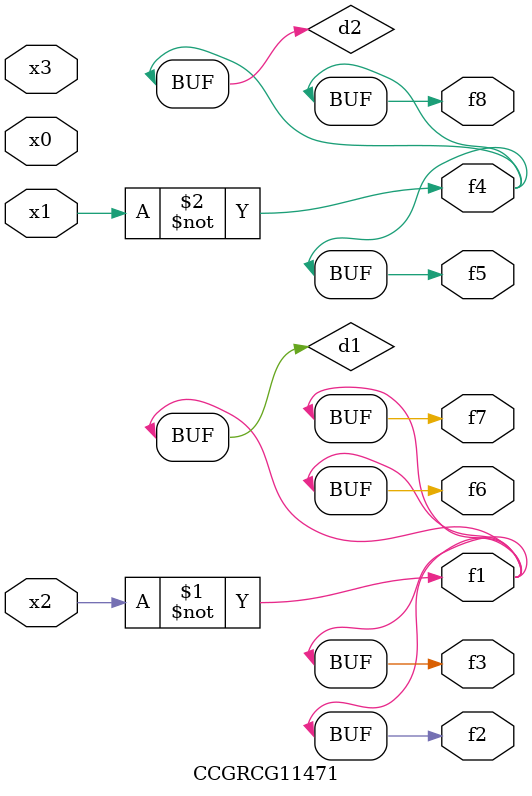
<source format=v>
module CCGRCG11471(
	input x0, x1, x2, x3,
	output f1, f2, f3, f4, f5, f6, f7, f8
);

	wire d1, d2;

	xnor (d1, x2);
	not (d2, x1);
	assign f1 = d1;
	assign f2 = d1;
	assign f3 = d1;
	assign f4 = d2;
	assign f5 = d2;
	assign f6 = d1;
	assign f7 = d1;
	assign f8 = d2;
endmodule

</source>
